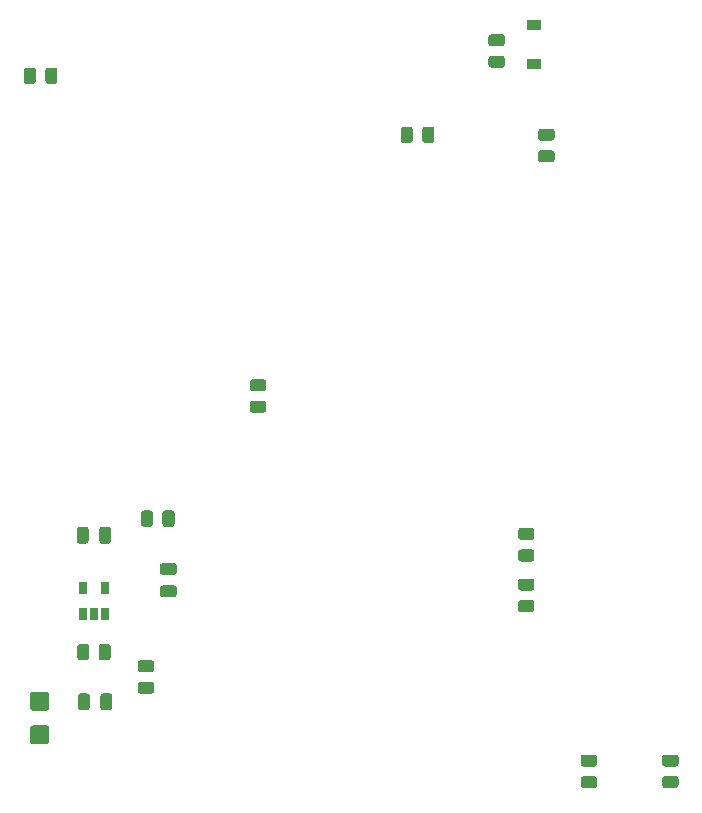
<source format=gbr>
%TF.GenerationSoftware,KiCad,Pcbnew,5.1.12-84ad8e8a86~92~ubuntu16.04.1*%
%TF.CreationDate,2022-04-25T15:27:55-03:00*%
%TF.ProjectId,Avionica,4176696f-6e69-4636-912e-6b696361645f,rev?*%
%TF.SameCoordinates,Original*%
%TF.FileFunction,Paste,Top*%
%TF.FilePolarity,Positive*%
%FSLAX46Y46*%
G04 Gerber Fmt 4.6, Leading zero omitted, Abs format (unit mm)*
G04 Created by KiCad (PCBNEW 5.1.12-84ad8e8a86~92~ubuntu16.04.1) date 2022-04-25 15:27:55*
%MOMM*%
%LPD*%
G01*
G04 APERTURE LIST*
%ADD10R,1.200000X0.900000*%
%ADD11R,0.650000X1.060000*%
G04 APERTURE END LIST*
%TO.C,C1*%
G36*
G01*
X109625000Y-109750000D02*
X110575000Y-109750000D01*
G75*
G02*
X110825000Y-110000000I0J-250000D01*
G01*
X110825000Y-110500000D01*
G75*
G02*
X110575000Y-110750000I-250000J0D01*
G01*
X109625000Y-110750000D01*
G75*
G02*
X109375000Y-110500000I0J250000D01*
G01*
X109375000Y-110000000D01*
G75*
G02*
X109625000Y-109750000I250000J0D01*
G01*
G37*
G36*
G01*
X109625000Y-107850000D02*
X110575000Y-107850000D01*
G75*
G02*
X110825000Y-108100000I0J-250000D01*
G01*
X110825000Y-108600000D01*
G75*
G02*
X110575000Y-108850000I-250000J0D01*
G01*
X109625000Y-108850000D01*
G75*
G02*
X109375000Y-108600000I0J250000D01*
G01*
X109375000Y-108100000D01*
G75*
G02*
X109625000Y-107850000I250000J0D01*
G01*
G37*
%TD*%
%TO.C,C2*%
G36*
G01*
X102450000Y-120075000D02*
X102450000Y-119125000D01*
G75*
G02*
X102700000Y-118875000I250000J0D01*
G01*
X103200000Y-118875000D01*
G75*
G02*
X103450000Y-119125000I0J-250000D01*
G01*
X103450000Y-120075000D01*
G75*
G02*
X103200000Y-120325000I-250000J0D01*
G01*
X102700000Y-120325000D01*
G75*
G02*
X102450000Y-120075000I0J250000D01*
G01*
G37*
G36*
G01*
X104350000Y-120075000D02*
X104350000Y-119125000D01*
G75*
G02*
X104600000Y-118875000I250000J0D01*
G01*
X105100000Y-118875000D01*
G75*
G02*
X105350000Y-119125000I0J-250000D01*
G01*
X105350000Y-120075000D01*
G75*
G02*
X105100000Y-120325000I-250000J0D01*
G01*
X104600000Y-120325000D01*
G75*
G02*
X104350000Y-120075000I0J250000D01*
G01*
G37*
%TD*%
%TO.C,C3*%
G36*
G01*
X102350000Y-105975000D02*
X102350000Y-105025000D01*
G75*
G02*
X102600000Y-104775000I250000J0D01*
G01*
X103100000Y-104775000D01*
G75*
G02*
X103350000Y-105025000I0J-250000D01*
G01*
X103350000Y-105975000D01*
G75*
G02*
X103100000Y-106225000I-250000J0D01*
G01*
X102600000Y-106225000D01*
G75*
G02*
X102350000Y-105975000I0J250000D01*
G01*
G37*
G36*
G01*
X104250000Y-105975000D02*
X104250000Y-105025000D01*
G75*
G02*
X104500000Y-104775000I250000J0D01*
G01*
X105000000Y-104775000D01*
G75*
G02*
X105250000Y-105025000I0J-250000D01*
G01*
X105250000Y-105975000D01*
G75*
G02*
X105000000Y-106225000I-250000J0D01*
G01*
X104500000Y-106225000D01*
G75*
G02*
X104250000Y-105975000I0J250000D01*
G01*
G37*
%TD*%
D10*
%TO.C,D3*%
X141090000Y-62260000D03*
X141090000Y-65560000D03*
%TD*%
%TO.C,F1*%
G36*
G01*
X98625000Y-118750000D02*
X99775000Y-118750000D01*
G75*
G02*
X100025000Y-119000000I0J-250000D01*
G01*
X100025000Y-120100000D01*
G75*
G02*
X99775000Y-120350000I-250000J0D01*
G01*
X98625000Y-120350000D01*
G75*
G02*
X98375000Y-120100000I0J250000D01*
G01*
X98375000Y-119000000D01*
G75*
G02*
X98625000Y-118750000I250000J0D01*
G01*
G37*
G36*
G01*
X98625000Y-121600000D02*
X99775000Y-121600000D01*
G75*
G02*
X100025000Y-121850000I0J-250000D01*
G01*
X100025000Y-122950000D01*
G75*
G02*
X99775000Y-123200000I-250000J0D01*
G01*
X98625000Y-123200000D01*
G75*
G02*
X98375000Y-122950000I0J250000D01*
G01*
X98375000Y-121850000D01*
G75*
G02*
X98625000Y-121600000I250000J0D01*
G01*
G37*
%TD*%
%TO.C,R1*%
G36*
G01*
X108800000Y-103649998D02*
X108800000Y-104550002D01*
G75*
G02*
X108550002Y-104800000I-249998J0D01*
G01*
X108024998Y-104800000D01*
G75*
G02*
X107775000Y-104550002I0J249998D01*
G01*
X107775000Y-103649998D01*
G75*
G02*
X108024998Y-103400000I249998J0D01*
G01*
X108550002Y-103400000D01*
G75*
G02*
X108800000Y-103649998I0J-249998D01*
G01*
G37*
G36*
G01*
X110625000Y-103649998D02*
X110625000Y-104550002D01*
G75*
G02*
X110375002Y-104800000I-249998J0D01*
G01*
X109849998Y-104800000D01*
G75*
G02*
X109600000Y-104550002I0J249998D01*
G01*
X109600000Y-103649998D01*
G75*
G02*
X109849998Y-103400000I249998J0D01*
G01*
X110375002Y-103400000D01*
G75*
G02*
X110625000Y-103649998I0J-249998D01*
G01*
G37*
%TD*%
%TO.C,R2*%
G36*
G01*
X140850002Y-105900000D02*
X139949998Y-105900000D01*
G75*
G02*
X139700000Y-105650002I0J249998D01*
G01*
X139700000Y-105124998D01*
G75*
G02*
X139949998Y-104875000I249998J0D01*
G01*
X140850002Y-104875000D01*
G75*
G02*
X141100000Y-105124998I0J-249998D01*
G01*
X141100000Y-105650002D01*
G75*
G02*
X140850002Y-105900000I-249998J0D01*
G01*
G37*
G36*
G01*
X140850002Y-107725000D02*
X139949998Y-107725000D01*
G75*
G02*
X139700000Y-107475002I0J249998D01*
G01*
X139700000Y-106949998D01*
G75*
G02*
X139949998Y-106700000I249998J0D01*
G01*
X140850002Y-106700000D01*
G75*
G02*
X141100000Y-106949998I0J-249998D01*
G01*
X141100000Y-107475002D01*
G75*
G02*
X140850002Y-107725000I-249998J0D01*
G01*
G37*
%TD*%
%TO.C,R3*%
G36*
G01*
X140850002Y-112012500D02*
X139949998Y-112012500D01*
G75*
G02*
X139700000Y-111762502I0J249998D01*
G01*
X139700000Y-111237498D01*
G75*
G02*
X139949998Y-110987500I249998J0D01*
G01*
X140850002Y-110987500D01*
G75*
G02*
X141100000Y-111237498I0J-249998D01*
G01*
X141100000Y-111762502D01*
G75*
G02*
X140850002Y-112012500I-249998J0D01*
G01*
G37*
G36*
G01*
X140850002Y-110187500D02*
X139949998Y-110187500D01*
G75*
G02*
X139700000Y-109937502I0J249998D01*
G01*
X139700000Y-109412498D01*
G75*
G02*
X139949998Y-109162500I249998J0D01*
G01*
X140850002Y-109162500D01*
G75*
G02*
X141100000Y-109412498I0J-249998D01*
G01*
X141100000Y-109937502D01*
G75*
G02*
X140850002Y-110187500I-249998J0D01*
G01*
G37*
%TD*%
%TO.C,R4*%
G36*
G01*
X103400000Y-114949998D02*
X103400000Y-115850002D01*
G75*
G02*
X103150002Y-116100000I-249998J0D01*
G01*
X102624998Y-116100000D01*
G75*
G02*
X102375000Y-115850002I0J249998D01*
G01*
X102375000Y-114949998D01*
G75*
G02*
X102624998Y-114700000I249998J0D01*
G01*
X103150002Y-114700000D01*
G75*
G02*
X103400000Y-114949998I0J-249998D01*
G01*
G37*
G36*
G01*
X105225000Y-114949998D02*
X105225000Y-115850002D01*
G75*
G02*
X104975002Y-116100000I-249998J0D01*
G01*
X104449998Y-116100000D01*
G75*
G02*
X104200000Y-115850002I0J249998D01*
G01*
X104200000Y-114949998D01*
G75*
G02*
X104449998Y-114700000I249998J0D01*
G01*
X104975002Y-114700000D01*
G75*
G02*
X105225000Y-114949998I0J-249998D01*
G01*
G37*
%TD*%
%TO.C,R5*%
G36*
G01*
X107749998Y-116075000D02*
X108650002Y-116075000D01*
G75*
G02*
X108900000Y-116324998I0J-249998D01*
G01*
X108900000Y-116850002D01*
G75*
G02*
X108650002Y-117100000I-249998J0D01*
G01*
X107749998Y-117100000D01*
G75*
G02*
X107500000Y-116850002I0J249998D01*
G01*
X107500000Y-116324998D01*
G75*
G02*
X107749998Y-116075000I249998J0D01*
G01*
G37*
G36*
G01*
X107749998Y-117900000D02*
X108650002Y-117900000D01*
G75*
G02*
X108900000Y-118149998I0J-249998D01*
G01*
X108900000Y-118675002D01*
G75*
G02*
X108650002Y-118925000I-249998J0D01*
G01*
X107749998Y-118925000D01*
G75*
G02*
X107500000Y-118675002I0J249998D01*
G01*
X107500000Y-118149998D01*
G75*
G02*
X107749998Y-117900000I249998J0D01*
G01*
G37*
%TD*%
%TO.C,R6*%
G36*
G01*
X152149998Y-124062500D02*
X153050002Y-124062500D01*
G75*
G02*
X153300000Y-124312498I0J-249998D01*
G01*
X153300000Y-124837502D01*
G75*
G02*
X153050002Y-125087500I-249998J0D01*
G01*
X152149998Y-125087500D01*
G75*
G02*
X151900000Y-124837502I0J249998D01*
G01*
X151900000Y-124312498D01*
G75*
G02*
X152149998Y-124062500I249998J0D01*
G01*
G37*
G36*
G01*
X152149998Y-125887500D02*
X153050002Y-125887500D01*
G75*
G02*
X153300000Y-126137498I0J-249998D01*
G01*
X153300000Y-126662502D01*
G75*
G02*
X153050002Y-126912500I-249998J0D01*
G01*
X152149998Y-126912500D01*
G75*
G02*
X151900000Y-126662502I0J249998D01*
G01*
X151900000Y-126137498D01*
G75*
G02*
X152149998Y-125887500I249998J0D01*
G01*
G37*
%TD*%
%TO.C,R7*%
G36*
G01*
X100712500Y-66149998D02*
X100712500Y-67050002D01*
G75*
G02*
X100462502Y-67300000I-249998J0D01*
G01*
X99937498Y-67300000D01*
G75*
G02*
X99687500Y-67050002I0J249998D01*
G01*
X99687500Y-66149998D01*
G75*
G02*
X99937498Y-65900000I249998J0D01*
G01*
X100462502Y-65900000D01*
G75*
G02*
X100712500Y-66149998I0J-249998D01*
G01*
G37*
G36*
G01*
X98887500Y-66149998D02*
X98887500Y-67050002D01*
G75*
G02*
X98637502Y-67300000I-249998J0D01*
G01*
X98112498Y-67300000D01*
G75*
G02*
X97862500Y-67050002I0J249998D01*
G01*
X97862500Y-66149998D01*
G75*
G02*
X98112498Y-65900000I249998J0D01*
G01*
X98637502Y-65900000D01*
G75*
G02*
X98887500Y-66149998I0J-249998D01*
G01*
G37*
%TD*%
%TO.C,R8*%
G36*
G01*
X137449998Y-64900000D02*
X138350002Y-64900000D01*
G75*
G02*
X138600000Y-65149998I0J-249998D01*
G01*
X138600000Y-65675002D01*
G75*
G02*
X138350002Y-65925000I-249998J0D01*
G01*
X137449998Y-65925000D01*
G75*
G02*
X137200000Y-65675002I0J249998D01*
G01*
X137200000Y-65149998D01*
G75*
G02*
X137449998Y-64900000I249998J0D01*
G01*
G37*
G36*
G01*
X137449998Y-63075000D02*
X138350002Y-63075000D01*
G75*
G02*
X138600000Y-63324998I0J-249998D01*
G01*
X138600000Y-63850002D01*
G75*
G02*
X138350002Y-64100000I-249998J0D01*
G01*
X137449998Y-64100000D01*
G75*
G02*
X137200000Y-63850002I0J249998D01*
G01*
X137200000Y-63324998D01*
G75*
G02*
X137449998Y-63075000I249998J0D01*
G01*
G37*
%TD*%
%TO.C,R9*%
G36*
G01*
X130800000Y-71149998D02*
X130800000Y-72050002D01*
G75*
G02*
X130550002Y-72300000I-249998J0D01*
G01*
X130024998Y-72300000D01*
G75*
G02*
X129775000Y-72050002I0J249998D01*
G01*
X129775000Y-71149998D01*
G75*
G02*
X130024998Y-70900000I249998J0D01*
G01*
X130550002Y-70900000D01*
G75*
G02*
X130800000Y-71149998I0J-249998D01*
G01*
G37*
G36*
G01*
X132625000Y-71149998D02*
X132625000Y-72050002D01*
G75*
G02*
X132375002Y-72300000I-249998J0D01*
G01*
X131849998Y-72300000D01*
G75*
G02*
X131600000Y-72050002I0J249998D01*
G01*
X131600000Y-71149998D01*
G75*
G02*
X131849998Y-70900000I249998J0D01*
G01*
X132375002Y-70900000D01*
G75*
G02*
X132625000Y-71149998I0J-249998D01*
G01*
G37*
%TD*%
%TO.C,R10*%
G36*
G01*
X141649998Y-71075000D02*
X142550002Y-71075000D01*
G75*
G02*
X142800000Y-71324998I0J-249998D01*
G01*
X142800000Y-71850002D01*
G75*
G02*
X142550002Y-72100000I-249998J0D01*
G01*
X141649998Y-72100000D01*
G75*
G02*
X141400000Y-71850002I0J249998D01*
G01*
X141400000Y-71324998D01*
G75*
G02*
X141649998Y-71075000I249998J0D01*
G01*
G37*
G36*
G01*
X141649998Y-72900000D02*
X142550002Y-72900000D01*
G75*
G02*
X142800000Y-73149998I0J-249998D01*
G01*
X142800000Y-73675002D01*
G75*
G02*
X142550002Y-73925000I-249998J0D01*
G01*
X141649998Y-73925000D01*
G75*
G02*
X141400000Y-73675002I0J249998D01*
G01*
X141400000Y-73149998D01*
G75*
G02*
X141649998Y-72900000I249998J0D01*
G01*
G37*
%TD*%
%TO.C,R11*%
G36*
G01*
X118150002Y-95137500D02*
X117249998Y-95137500D01*
G75*
G02*
X117000000Y-94887502I0J249998D01*
G01*
X117000000Y-94362498D01*
G75*
G02*
X117249998Y-94112500I249998J0D01*
G01*
X118150002Y-94112500D01*
G75*
G02*
X118400000Y-94362498I0J-249998D01*
G01*
X118400000Y-94887502D01*
G75*
G02*
X118150002Y-95137500I-249998J0D01*
G01*
G37*
G36*
G01*
X118150002Y-93312500D02*
X117249998Y-93312500D01*
G75*
G02*
X117000000Y-93062502I0J249998D01*
G01*
X117000000Y-92537498D01*
G75*
G02*
X117249998Y-92287500I249998J0D01*
G01*
X118150002Y-92287500D01*
G75*
G02*
X118400000Y-92537498I0J-249998D01*
G01*
X118400000Y-93062502D01*
G75*
G02*
X118150002Y-93312500I-249998J0D01*
G01*
G37*
%TD*%
%TO.C,R12*%
G36*
G01*
X145249998Y-125900000D02*
X146150002Y-125900000D01*
G75*
G02*
X146400000Y-126149998I0J-249998D01*
G01*
X146400000Y-126675002D01*
G75*
G02*
X146150002Y-126925000I-249998J0D01*
G01*
X145249998Y-126925000D01*
G75*
G02*
X145000000Y-126675002I0J249998D01*
G01*
X145000000Y-126149998D01*
G75*
G02*
X145249998Y-125900000I249998J0D01*
G01*
G37*
G36*
G01*
X145249998Y-124075000D02*
X146150002Y-124075000D01*
G75*
G02*
X146400000Y-124324998I0J-249998D01*
G01*
X146400000Y-124850002D01*
G75*
G02*
X146150002Y-125100000I-249998J0D01*
G01*
X145249998Y-125100000D01*
G75*
G02*
X145000000Y-124850002I0J249998D01*
G01*
X145000000Y-124324998D01*
G75*
G02*
X145249998Y-124075000I249998J0D01*
G01*
G37*
%TD*%
D11*
%TO.C,U1*%
X102850000Y-112200000D03*
X103800000Y-112200000D03*
X104750000Y-112200000D03*
X104750000Y-110000000D03*
X102850000Y-110000000D03*
%TD*%
M02*

</source>
